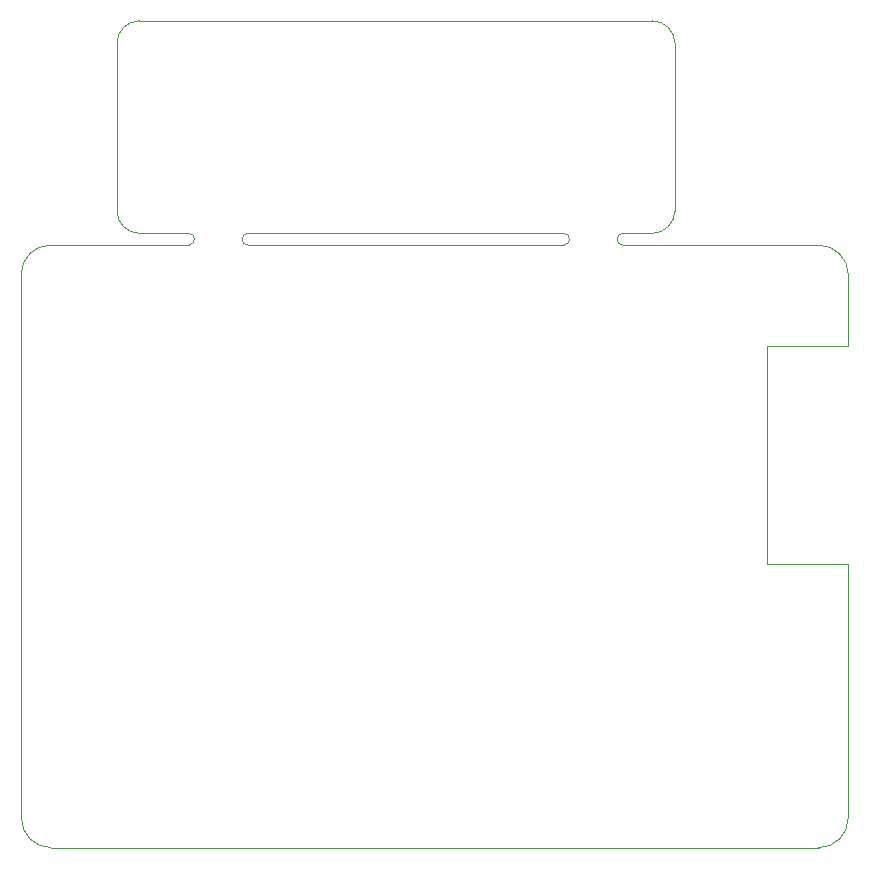
<source format=gm1>
G04 #@! TF.GenerationSoftware,KiCad,Pcbnew,7.0.1*
G04 #@! TF.CreationDate,2023-04-16T16:23:16+07:00*
G04 #@! TF.ProjectId,chargerV1,63686172-6765-4725-9631-2e6b69636164,rev?*
G04 #@! TF.SameCoordinates,Original*
G04 #@! TF.FileFunction,Profile,NP*
%FSLAX46Y46*%
G04 Gerber Fmt 4.6, Leading zero omitted, Abs format (unit mm)*
G04 Created by KiCad (PCBNEW 7.0.1) date 2023-04-16 16:23:16*
%MOMM*%
%LPD*%
G01*
G04 APERTURE LIST*
G04 #@! TA.AperFunction,Profile*
%ADD10C,0.100000*%
G04 #@! TD*
G04 APERTURE END LIST*
D10*
X115530000Y-64710000D02*
G75*
G03*
X113630000Y-62810000I-1900000J0D01*
G01*
X60200000Y-130300000D02*
X60200000Y-84240000D01*
X60200000Y-130300000D02*
G75*
G03*
X62720000Y-132820000I2520000J0D01*
G01*
X130220000Y-108830000D02*
X130220000Y-130300000D01*
X62640000Y-81800000D02*
X74360000Y-81800000D01*
X106119967Y-81800233D02*
G75*
G03*
X106119967Y-80800167I33J500033D01*
G01*
X127700000Y-132820000D02*
G75*
G03*
X130220000Y-130300000I0J2520000D01*
G01*
X130220000Y-90320000D02*
X123326250Y-90320000D01*
X130220000Y-84320000D02*
X130220000Y-90320000D01*
X79380033Y-80799767D02*
G75*
G03*
X79380033Y-81799833I-33J-500033D01*
G01*
X106120000Y-81799833D02*
X79380000Y-81799833D01*
X68300000Y-64710000D02*
X68300000Y-78899833D01*
X74360000Y-81800000D02*
G75*
G03*
X74360000Y-80800000I0J500000D01*
G01*
X74360000Y-80800000D02*
X70200000Y-80800000D01*
X115530000Y-64710000D02*
X115530000Y-78899833D01*
X70200000Y-62810000D02*
G75*
G03*
X68300000Y-64710000I0J-1900000D01*
G01*
X130220000Y-84320000D02*
G75*
G03*
X127700000Y-81800000I-2520000J0D01*
G01*
X123326250Y-90320000D02*
X123326250Y-108830000D01*
X113630000Y-80799800D02*
G75*
G03*
X115530000Y-78899833I0J1900000D01*
G01*
X111140000Y-81800000D02*
X127700000Y-81800000D01*
X70200000Y-62810000D02*
X113630000Y-62810000D01*
X123326250Y-108830000D02*
X130220000Y-108830000D01*
X79380033Y-80799833D02*
X106119967Y-80799833D01*
X127700000Y-132820000D02*
X62720000Y-132820000D01*
X62640000Y-81800000D02*
G75*
G03*
X60200000Y-84240000I0J-2440000D01*
G01*
X111140000Y-80800000D02*
G75*
G03*
X111140000Y-81800000I0J-500000D01*
G01*
X111140000Y-80800000D02*
X113630000Y-80800000D01*
X68299967Y-78899833D02*
G75*
G03*
X70200000Y-80799833I1900033J33D01*
G01*
M02*

</source>
